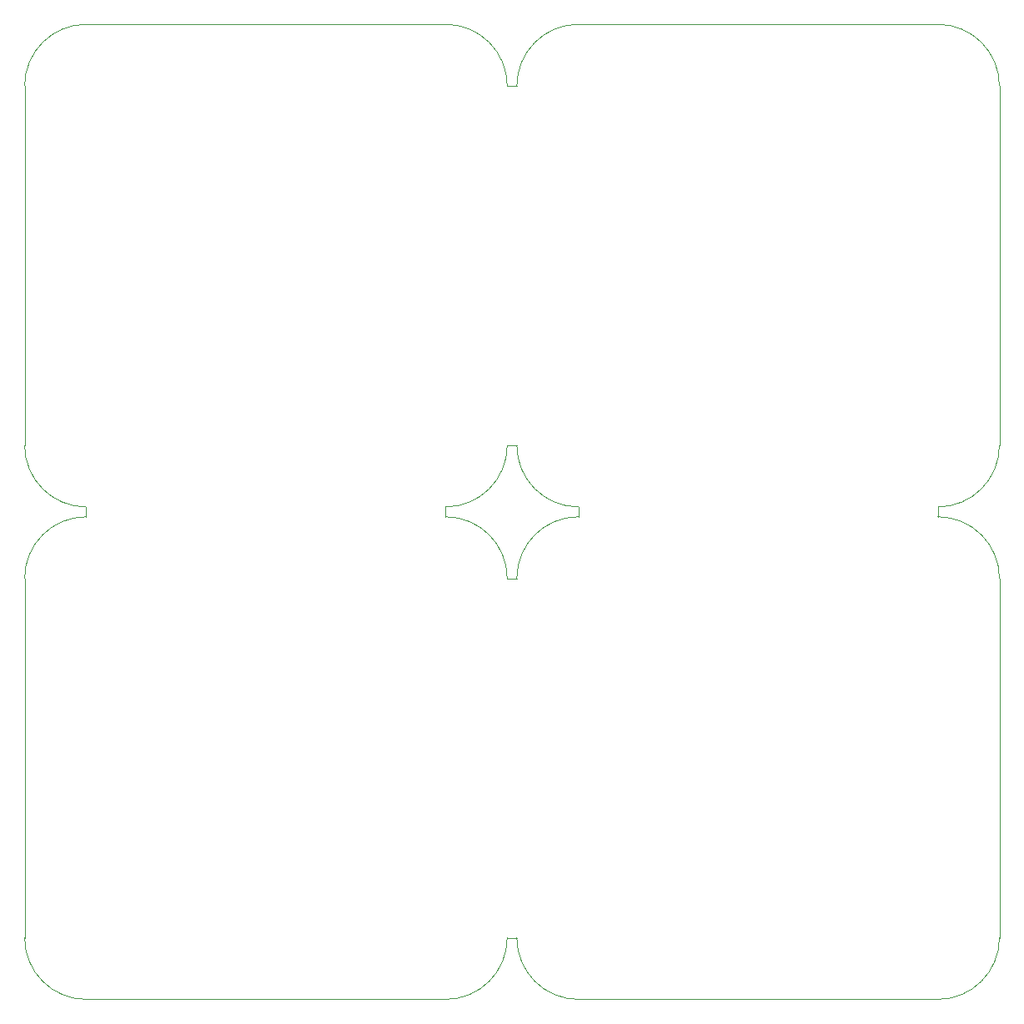
<source format=gbr>
%TF.GenerationSoftware,KiCad,Pcbnew,8.0.3*%
%TF.CreationDate,2025-04-01T20:28:11+03:00*%
%TF.ProjectId,DST-2,4453542d-322e-46b6-9963-61645f706362,rev?*%
%TF.SameCoordinates,Original*%
%TF.FileFunction,Profile,NP*%
%FSLAX46Y46*%
G04 Gerber Fmt 4.6, Leading zero omitted, Abs format (unit mm)*
G04 Created by KiCad (PCBNEW 8.0.3) date 2025-04-01 20:28:11*
%MOMM*%
%LPD*%
G01*
G04 APERTURE LIST*
%TA.AperFunction,Profile*%
%ADD10C,0.050000*%
%TD*%
G04 APERTURE END LIST*
D10*
X100100000Y-96800000D02*
X100100000Y-133300000D01*
X156325000Y-139550000D02*
G75*
G02*
X150075000Y-133300000I0J6250000D01*
G01*
X150075000Y-133300000D02*
X149100000Y-133300000D01*
X199075000Y-83300000D02*
G75*
G02*
X192825000Y-89550000I-6250000J0D01*
G01*
X149100000Y-83300000D02*
G75*
G02*
X142850000Y-89550000I-6250000J0D01*
G01*
X100100000Y-46800000D02*
X100100000Y-83300000D01*
X150075000Y-46800000D02*
X149100000Y-46800000D01*
X156325000Y-89550000D02*
G75*
G02*
X150075000Y-83300000I0J6250000D01*
G01*
X156325000Y-89550000D02*
X156325000Y-90550000D01*
X106350000Y-139550000D02*
G75*
G02*
X100100000Y-133300000I0J6250000D01*
G01*
X142850000Y-90550000D02*
G75*
G02*
X149100000Y-96800000I0J-6250000D01*
G01*
X100100000Y-46800000D02*
G75*
G02*
X106350000Y-40550000I6250000J0D01*
G01*
X106350000Y-89550000D02*
X106350000Y-90550000D01*
X106350000Y-89550000D02*
G75*
G02*
X100100000Y-83300000I0J6250000D01*
G01*
X150075000Y-83300000D02*
X149100000Y-83300000D01*
X192825000Y-90550000D02*
G75*
G02*
X199075000Y-96800000I0J-6250000D01*
G01*
X106350000Y-139550000D02*
X142850000Y-139550000D01*
X156325000Y-139550000D02*
X192825000Y-139550000D01*
X150075000Y-96800000D02*
G75*
G02*
X156325000Y-90550000I6250000J0D01*
G01*
X150075000Y-46800000D02*
G75*
G02*
X156325000Y-40550000I6250000J0D01*
G01*
X192825000Y-40550000D02*
X156325000Y-40550000D01*
X100100000Y-96800000D02*
G75*
G02*
X106350000Y-90550000I6250000J0D01*
G01*
X142850000Y-89550000D02*
X142850000Y-90550000D01*
X149100000Y-133300000D02*
G75*
G02*
X142850000Y-139550000I-6250000J0D01*
G01*
X199075000Y-133300000D02*
X199075000Y-96800000D01*
X142850000Y-40550000D02*
G75*
G02*
X149100000Y-46800000I0J-6250000D01*
G01*
X199075000Y-83300000D02*
X199075000Y-46800000D01*
X192825000Y-89550000D02*
X192825000Y-90550000D01*
X149100000Y-96800000D02*
X150075000Y-96800000D01*
X142850000Y-40550000D02*
X106350000Y-40550000D01*
X192825000Y-40550000D02*
G75*
G02*
X199075000Y-46800000I0J-6250000D01*
G01*
X199075000Y-133300000D02*
G75*
G02*
X192825000Y-139550000I-6250000J0D01*
G01*
M02*

</source>
